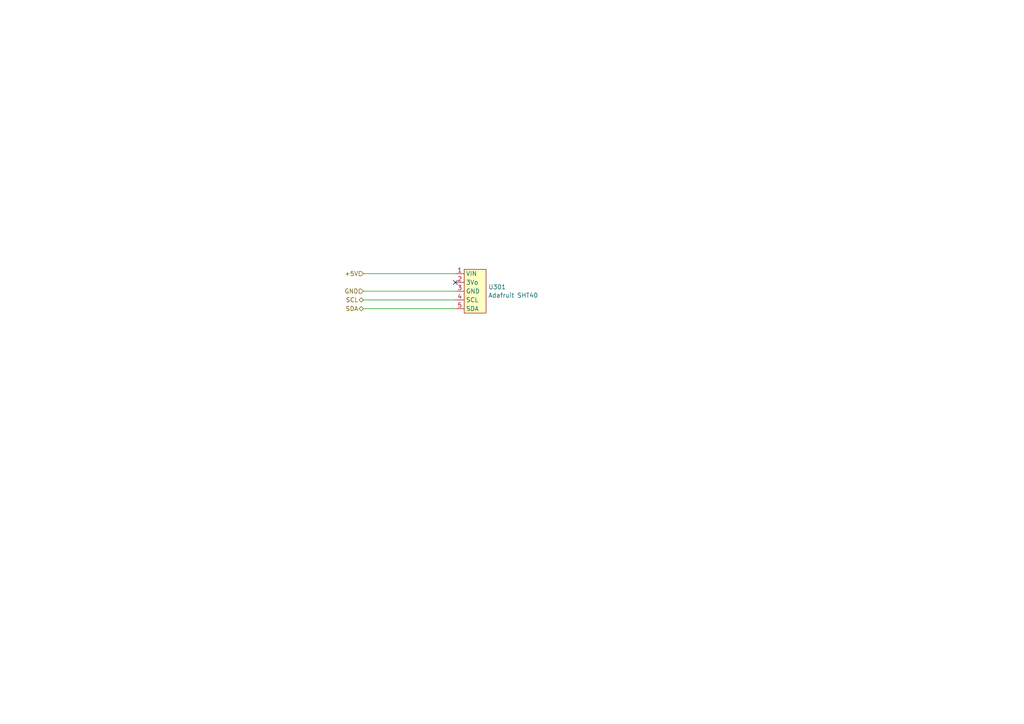
<source format=kicad_sch>
(kicad_sch (version 20250114) (generator "eeschema") (generator_version "9.0")
  (paper "A4")
  (lib_symbols
    (symbol "M302N-symlib:SHT40_STEMMA" (on_board no)
      (property "Reference" "U" (at -0.762 2.794 0))
      (property "Value" "Adafruit SHT40" (at 0 1.016 0))
      (symbol "SHT40_STEMMA_0_1"
        (rectangle (start -6.35 0) (end 6.35 -6.35) (fill (type color) (color 255 255 194 1)))
      )
      (symbol "SHT40_STEMMA_1_1"
        (pin power_in line (at -5.08 -8.89 90) (length 2.54) (name "VIN") (number "1"))
        (pin power_out line (at -2.54 -8.89 90) (length 2.54) (name "3Vo") (number "2"))
        (pin power_in line (at 0 -8.89 90) (length 2.54) (name "GND") (number "3"))
        (pin bidirectional line (at 2.54 -8.89 90) (length 2.54) (name "SCL") (number "4"))
        (pin bidirectional line (at 5.08 -8.89 90) (length 2.54) (name "SDA") (number "5"))
      )
    )
  )
  (no_connect (at 132.08 81.915))
  (wire (pts (xy 105.41 84.455) (xy 132.08 84.455)))
  (wire (pts (xy 105.41 86.995) (xy 132.08 86.995)))
  (wire (pts (xy 105.41 89.535) (xy 132.08 89.535)))
  (wire (pts (xy 105.41 79.375) (xy 132.08 79.375)))
  (hierarchical_label "SCL" (shape bidirectional) (at 105.41 86.995 180))
  (hierarchical_label "GND" (shape input) (at 105.41 84.455 180))
  (hierarchical_label "+5V" (shape input) (at 105.41 79.375 180))
  (hierarchical_label "SDA" (shape bidirectional) (at 105.41 89.535 180))
  (symbol (lib_id "M302N-symlib:SHT40_STEMMA") (at 140.97 84.455 270) (unit 1) (on_board no)
    (property "Reference" "U301" (at 141.605 83.2428 90) (effects (justify left)))
    (property "Value" "Adafruit SHT40" (at 141.605 85.6671 90) (effects (justify left)))
    (property "Datasheet" "https://ssci.to/7030" (effects (hide yes)))
  )
)
</source>
